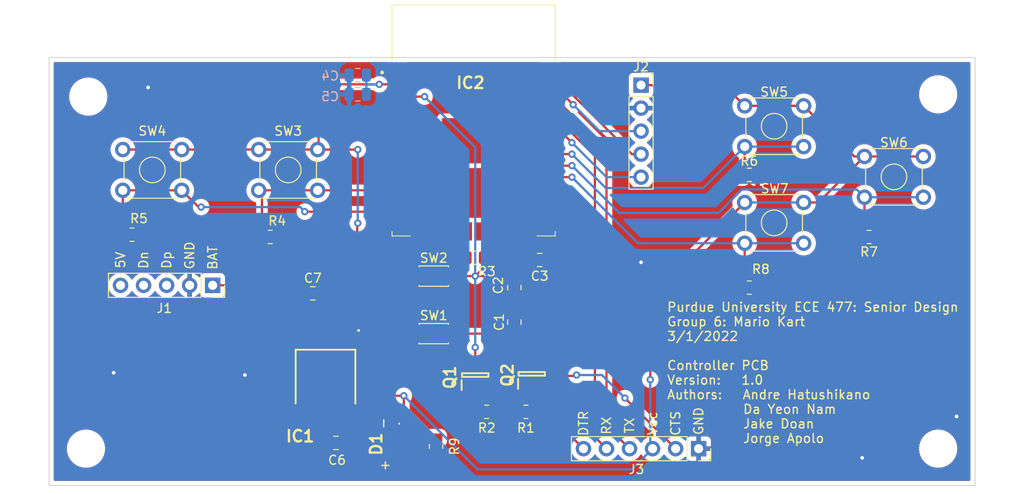
<source format=kicad_pcb>
(kicad_pcb (version 20211014) (generator pcbnew)
  (layers (0 "F.Cu" signal) (31 "B.Cu" signal) (34 "B.Paste" user) (35 "F.Paste" user) (36 "B.SilkS" user "B.Silkscreen") (37 "F.SilkS" user "F.Silkscreen") (38 "B.Mask" user) (39 "F.Mask" user) (44 "Edge.Cuts" user))
  (net 0 "")
  (net 1 "GPIO0")
  (net 2 "GND")
  (net 3 "EN")
  (net 4 "Vcc")
  (net 5 "BAT")
  (net 13 "S1")
  (net 14 "S2")
  (net 17 "GPIO13")
  (net 29 "S4")
  (net 30 "S3")
  (net 32 "S5")
  (net 33 "RX")
  (net 34 "TX")
  (net 35 "GPIO22")
  (net 36 "GPIO23")
  (net 37 "5v")
  (net 38 "Dn")
  (net 39 "Dp")
  (net 40 "CTS")
  (net 41 "DTR")
  (net 42 "Net-(Q1-Pad1)")
  (net 43 "Net-(Q2-Pad1)")
  (net 45 "Net-(D1-Pad2)")
  (footprint "Mouser:AZ1117CD33TRG1" (layer "F.Cu") (at 113.792 89.916 180)
    (fp_text reference "IC1" (at 2.794 -6.504) (layer "F.SilkS") (effects (font (size 1.27 1.27) (thickness 0.254))))
    (fp_text value "AZ1117CD-3.3TRG1" hide)
    (fp_line (start -3.6 5.175) (end -3.6 5.175) (layer "F.SilkS") (width 0.2))
    (fp_line (start -3.29 -2.89) (end -3.29 3.05) (layer "F.SilkS") (width 0.2))
    (fp_line (start -3.7 5.175) (end -3.7 5.175) (layer "F.SilkS") (width 0.2))
    (fp_line (start -3.7 5.175) (end -3.6 5.175) (layer "F.SilkS") (width 0.2))
    (fp_line (start 3.29 3.05) (end 3.29 -2.89) (layer "F.SilkS") (width 0.2))
    (fp_line (start -3.29 3.05) (end 3.29 3.05) (layer "F.SilkS") (width 0.2))
    (fp_arc (start -3.7 5.175) (mid -3.65 5.125) (end -3.6 5.175) (layer "F.SilkS") (width 0.2))
    (fp_arc (start -3.6 5.175) (mid -3.65 5.225) (end -3.7 5.175) (layer "F.SilkS") (width 0.2))
    (pad "1" smd rect locked (at -2.3 5.175 180) (size 1 2.5) (layers "F.Cu" "F.Paste" "F.Mask") (net 2 "GND"))
    (pad "2" smd rect locked (at 0 -1.675 180) (size 5.632 5.7) (layers "F.Cu" "F.Paste" "F.Mask") (net 4 "Vcc"))
    (pad "3" smd rect locked (at 2.3 5.175 180) (size 1 2.5) (layers "F.Cu" "F.Paste" "F.Mask") (net 5 "BAT"))
  )
  (footprint "Connector_PinSocket_2.54mm:PinSocket_1x05_P2.54mm_Vertical" (layer "F.Cu") (at 148.59 57.658)
    (fp_text reference "J2" (at 0 -2.032) (layer "F.SilkS"))
    (fp_text value "Conn_01x05")
    (fp_line (start 1.33 1.27) (end 1.33 11.49) (layer "F.SilkS") (width 0.12))
    (fp_line (start 1.33 -1.33) (end 1.33 0) (layer "F.SilkS") (width 0.12))
    (fp_line (start 0 -1.33) (end 1.33 -1.33) (layer "F.SilkS") (width 0.12))
    (fp_line (start -1.33 1.27) (end -1.33 11.49) (layer "F.SilkS") (width 0.12))
    (fp_line (start -1.33 1.27) (end 1.33 1.27) (layer "F.SilkS") (width 0.12))
    (fp_line (start -1.33 11.49) (end 1.33 11.49) (layer "F.SilkS") (width 0.12))
    (pad "1" thru_hole rect locked (at 0 0) (size 1.7 1.7) (drill 1) (layers *.Cu *.Mask) (net 4 "Vcc"))
    (pad "2" thru_hole oval locked (at 0 2.54) (size 1.7 1.7) (drill 1) (layers *.Cu *.Mask) (net 2 "GND"))
    (pad "3" thru_hole oval locked (at 0 5.08) (size 1.7 1.7) (drill 1) (layers *.Cu *.Mask) (net 35 "GPIO22"))
    (pad "4" thru_hole oval locked (at 0 7.62) (size 1.7 1.7) (drill 1) (layers *.Cu *.Mask) (net 36 "GPIO23"))
    (pad "5" thru_hole oval locked (at 0 10.16) (size 1.7 1.7) (drill 1) (layers *.Cu *.Mask) (net 17 "GPIO13"))
  )
  (footprint "Resistor_SMD:R_0805_2012Metric" (layer "F.Cu") (at 107.696 74.422)
    (fp_text reference "R4" (at 0.762 -1.778) (layer "F.SilkS"))
    (fp_text value "10k")
    (fp_line (start -0.227064 0.735) (end 0.227064 0.735) (layer "F.SilkS") (width 0.12))
    (fp_line (start -0.227064 -0.735) (end 0.227064 -0.735) (layer "F.SilkS") (width 0.12))
    (pad "1" smd roundrect locked (at -0.9125 0) (size 1.025 1.4) (layers "F.Cu" "F.Paste" "F.Mask") (roundrect_rratio 0.243902) (net 13 "S1"))
    (pad "2" smd roundrect locked (at 0.9125 0) (size 1.025 1.4) (layers "F.Cu" "F.Paste" "F.Mask") (roundrect_rratio 0.243902) (net 2 "GND"))
  )
  (footprint "Resistor_SMD:R_0805_2012Metric" (layer "F.Cu") (at 92.456 74.168)
    (fp_text reference "R5" (at 0.762 -1.778) (layer "F.SilkS"))
    (fp_text value "10k")
    (fp_line (start -0.227064 0.735) (end 0.227064 0.735) (layer "F.SilkS") (width 0.12))
    (fp_line (start -0.227064 -0.735) (end 0.227064 -0.735) (layer "F.SilkS") (width 0.12))
    (pad "1" smd roundrect locked (at -0.9125 0) (size 1.025 1.4) (layers "F.Cu" "F.Paste" "F.Mask") (roundrect_rratio 0.243902) (net 14 "S2"))
    (pad "2" smd roundrect locked (at 0.9125 0) (size 1.025 1.4) (layers "F.Cu" "F.Paste" "F.Mask") (roundrect_rratio 0.243902) (net 2 "GND"))
  )
  (footprint "Resistor_SMD:R_0805_2012Metric" (layer "F.Cu") (at 173.736 74.422 180)
    (fp_text reference "R7" (at 0 -1.65) (layer "F.SilkS"))
    (fp_text value "10k")
    (fp_line (start -0.227064 0.735) (end 0.227064 0.735) (layer "F.SilkS") (width 0.12))
    (fp_line (start -0.227064 -0.735) (end 0.227064 -0.735) (layer "F.SilkS") (width 0.12))
    (pad "1" smd roundrect locked (at -0.9125 0 180) (size 1.025 1.4) (layers "F.Cu" "F.Paste" "F.Mask") (roundrect_rratio 0.243902) (net 29 "S4"))
    (pad "2" smd roundrect locked (at 0.9125 0 180) (size 1.025 1.4) (layers "F.Cu" "F.Paste" "F.Mask") (roundrect_rratio 0.243902) (net 2 "GND"))
  )
  (footprint "Resistor_SMD:R_0805_2012Metric" (layer "F.Cu") (at 160.528 80.01)
    (fp_text reference "R8" (at 1.27 -2.032) (layer "F.SilkS"))
    (fp_text value "10k")
    (fp_line (start -0.227064 -0.735) (end 0.227064 -0.735) (layer "F.SilkS") (width 0.12))
    (fp_line (start -0.227064 0.735) (end 0.227064 0.735) (layer "F.SilkS") (width 0.12))
    (pad "1" smd roundrect locked (at -0.9125 0) (size 1.025 1.4) (layers "F.Cu" "F.Paste" "F.Mask") (roundrect_rratio 0.243902) (net 32 "S5"))
    (pad "2" smd roundrect locked (at 0.9125 0) (size 1.025 1.4) (layers "F.Cu" "F.Paste" "F.Mask") (roundrect_rratio 0.243902) (net 2 "GND"))
  )
  (footprint "Button_Switch_SMD:SW_SPST_CK_KXT3" (layer "F.Cu") (at 125.73 85.09)
    (fp_text reference "SW1" (at 0 -2) (layer "F.SilkS"))
    (fp_text value "SW_Push")
    (fp_line (start -1.62 -1.12) (end 1.62 -1.12) (layer "F.SilkS") (width 0.12))
    (fp_line (start 1.62 -1.12) (end 1.62 -1.02) (layer "F.SilkS") (width 0.12))
    (fp_line (start -1.62 1.02) (end -1.62 1.12) (layer "F.SilkS") (width 0.12))
    (fp_line (start -1.62 -1.12) (end -1.62 -1.02) (layer "F.SilkS") (width 0.12))
    (fp_line (start -1.62 1.12) (end 1.62 1.12) (layer "F.SilkS") (width 0.12))
    (fp_line (start 1.62 1.02) (end 1.62 1.12) (layer "F.SilkS") (width 0.12))
    (pad "1" smd rect locked (at -1.625 0) (size 0.55 1.5) (layers "F.Cu" "F.Paste" "F.Mask") (net 2 "GND"))
    (pad "2" smd rect locked (at 1.625 0) (size 0.55 1.5) (layers "F.Cu" "F.Paste" "F.Mask") (net 1 "GPIO0"))
  )
  (footprint "Button_Switch_SMD:SW_SPST_CK_KXT3" (layer "F.Cu") (at 125.73 78.74)
    (fp_text reference "SW2" (at 0 -2) (layer "F.SilkS"))
    (fp_text value "SW_Push")
    (fp_line (start 1.62 1.02) (end 1.62 1.12) (layer "F.SilkS") (width 0.12))
    (fp_line (start -1.62 1.02) (end -1.62 1.12) (layer "F.SilkS") (width 0.12))
    (fp_line (start -1.62 -1.12) (end -1.62 -1.02) (layer "F.SilkS") (width 0.12))
    (fp_line (start -1.62 1.12) (end 1.62 1.12) (layer "F.SilkS") (width 0.12))
    (fp_line (start -1.62 -1.12) (end 1.62 -1.12) (layer "F.SilkS") (width 0.12))
    (fp_line (start 1.62 -1.12) (end 1.62 -1.02) (layer "F.SilkS") (width 0.12))
    (pad "1" smd rect locked (at -1.625 0) (size 0.55 1.5) (layers "F.Cu" "F.Paste" "F.Mask") (net 2 "GND"))
    (pad "2" smd rect locked (at 1.625 0) (size 0.55 1.5) (layers "F.Cu" "F.Paste" "F.Mask") (net 3 "EN"))
  )
  (footprint "Button_Switch_THT:SW_TH_Tactile_Omron_B3F-10xx" (layer "F.Cu") (at 91.44 64.77)
    (fp_text reference "SW4" (at 3.25 -2.05) (layer "F.SilkS"))
    (fp_text value "SW_Push_Dual")
    (fp_line (start 0.28 5.37) (end 6.22 5.37) (layer "F.SilkS") (width 0.12))
    (fp_line (start 0.28 -0.87) (end 6.22 -0.87) (layer "F.SilkS") (width 0.12))
    (fp_line (start 0.13 3.59) (end 0.13 0.91) (layer "F.SilkS") (width 0.12))
    (fp_line (start 6.37 0.91) (end 6.37 3.59) (layer "F.SilkS") (width 0.12))
    (fp_circle (center 3.25 2.25) (end 4.25 3.25) (layer "F.SilkS") (width 0.12) (fill none))
    (pad "1" thru_hole circle locked (at 0 0) (size 1.7 1.7) (drill 1) (layers *.Cu *.Mask) (net 4 "Vcc"))
    (pad "2" thru_hole circle locked (at 6.5 0) (size 1.7 1.7) (drill 1) (layers *.Cu *.Mask) (net 4 "Vcc"))
    (pad "3" thru_hole circle locked (at 0 4.5) (size 1.7 1.7) (drill 1) (layers *.Cu *.Mask) (net 14 "S2"))
    (pad "4" thru_hole circle locked (at 6.5 4.5) (size 1.7 1.7) (drill 1) (layers *.Cu *.Mask) (net 14 "S2"))
  )
  (footprint "Button_Switch_THT:SW_TH_Tactile_Omron_B3F-10xx" (layer "F.Cu") (at 160.02 59.944)
    (fp_text reference "SW5" (at 3.25 -1.524) (layer "F.SilkS"))
    (fp_text value "SW_Push_Dual")
    (fp_line (start 6.37 0.91) (end 6.37 3.59) (layer "F.SilkS") (width 0.12))
    (fp_line (start 0.13 3.59) (end 0.13 0.91) (layer "F.SilkS") (width 0.12))
    (fp_line (start 0.28 5.37) (end 6.22 5.37) (layer "F.SilkS") (width 0.12))
    (fp_line (start 0.28 -0.87) (end 6.22 -0.87) (layer "F.SilkS") (width 0.12))
    (fp_circle (center 3.25 2.25) (end 4.25 3.25) (layer "F.SilkS") (width 0.12) (fill none))
    (pad "1" thru_hole circle locked (at 0 0) (size 1.7 1.7) (drill 1) (layers *.Cu *.Mask) (net 4 "Vcc"))
    (pad "2" thru_hole circle locked (at 6.5 0) (size 1.7 1.7) (drill 1) (layers *.Cu *.Mask) (net 4 "Vcc"))
    (pad "3" thru_hole circle locked (at 0 4.5) (size 1.7 1.7) (drill 1) (layers *.Cu *.Mask) (net 30 "S3"))
    (pad "4" thru_hole circle locked (at 6.5 4.5) (size 1.7 1.7) (drill 1) (layers *.Cu *.Mask) (net 30 "S3"))
  )
  (footprint "Button_Switch_THT:SW_TH_Tactile_Omron_B3F-10xx" (layer "F.Cu") (at 173.228 65.532)
    (fp_text reference "SW6" (at 3.25 -1.524) (layer "F.SilkS"))
    (fp_text value "SW_Push_Dual")
    (fp_line (start 0.28 5.37) (end 6.22 5.37) (layer "F.SilkS") (width 0.12))
    (fp_line (start 0.13 3.59) (end 0.13 0.91) (layer "F.SilkS") (width 0.12))
    (fp_line (start 6.37 0.91) (end 6.37 3.59) (layer "F.SilkS") (width 0.12))
    (fp_line (start 0.28 -0.87) (end 6.22 -0.87) (layer "F.SilkS") (width 0.12))
    (fp_circle (center 3.25 2.25) (end 4.25 3.25) (layer "F.SilkS") (width 0.12) (fill none))
    (pad "1" thru_hole circle locked (at 0 0) (size 1.7 1.7) (drill 1) (layers *.Cu *.Mask) (net 4 "Vcc"))
    (pad "2" thru_hole circle locked (at 6.5 0) (size 1.7 1.7) (drill 1) (layers *.Cu *.Mask) (net 4 "Vcc"))
    (pad "3" thru_hole circle locked (at 0 4.5) (size 1.7 1.7) (drill 1) (layers *.Cu *.Mask) (net 29 "S4"))
    (pad "4" thru_hole circle locked (at 6.5 4.5) (size 1.7 1.7) (drill 1) (layers *.Cu *.Mask) (net 29 "S4"))
  )
  (footprint "Button_Switch_THT:SW_TH_Tactile_Omron_B3F-10xx" (layer "F.Cu") (at 160.02 70.612)
    (fp_text reference "SW7" (at 3.302 -1.524) (layer "F.SilkS"))
    (fp_text value "SW_Push_Dual")
    (fp_line (start 6.37 0.91) (end 6.37 3.59) (layer "F.SilkS") (width 0.12))
    (fp_line (start 0.28 -0.87) (end 6.22 -0.87) (layer "F.SilkS") (width 0.12))
    (fp_line (start 0.28 5.37) (end 6.22 5.37) (layer "F.SilkS") (width 0.12))
    (fp_line (start 0.13 3.59) (end 0.13 0.91) (layer "F.SilkS") (width 0.12))
    (fp_circle (center 3.25 2.25) (end 4.25 3.25) (layer "F.SilkS") (width 0.12) (fill none))
    (pad "1" thru_hole circle locked (at 0 0) (size 1.7 1.7) (drill 1) (layers *.Cu *.Mask) (net 4 "Vcc"))
    (pad "2" thru_hole circle locked (at 6.5 0) (size 1.7 1.7) (drill 1) (layers *.Cu *.Mask) (net 4 "Vcc"))
    (pad "3" thru_hole circle locked (at 0 4.5) (size 1.7 1.7) (drill 1) (layers *.Cu *.Mask) (net 32 "S5"))
    (pad "4" thru_hole circle locked (at 6.5 4.5) (size 1.7 1.7) (drill 1) (layers *.Cu *.Mask) (net 32 "S5"))
  )
  (footprint "Mouser:ESP32SOLO1" (layer "F.Cu") (at 130.130001 61.810001)
    (fp_text reference "IC2" (at -0.35 -4.406001) (layer "F.SilkS") (effects (font (size 1.27 1.27) (thickness 0.254))))
    (fp_text value "ESP32-SOLO-1" hide)
    (fp_line (start -9 12) (end -9 12.5) (layer "F.SilkS") (width 0.1))
    (fp_line (start 7 12.5) (end 9 12.5) (layer "F.SilkS") (width 0.1))
    (fp_line (start -9 12.5) (end -7 12.5) (layer "F.SilkS") (width 0.1))
    (fp_line (start 9 12.5) (end 9 12) (layer "F.SilkS") (width 0.1))
    (fp_line (start -10.1 -5.65) (end -10.1 -5.65) (layer "F.SilkS") (width 0.2))
    (fp_line (start -9 -13) (end 9 -13) (layer "F.SilkS") (width 0.1))
    (fp_line (start -9 -6.75) (end -9 -13) (layer "F.SilkS") (width 0.1))
    (fp_line (start 9 -13) (end 9 -6.75) (layer "F.SilkS") (width 0.1))
    (fp_line (start -10.1 -5.45) (end -10.1 -5.45) (layer "F.SilkS") (width 0.2))
    (fp_arc (start -10.1 -5.65) (mid -10 -5.55) (end -10.1 -5.45) (layer "F.SilkS") (width 0.2))
    (fp_arc (start -10.1 -5.45) (mid -10.2 -5.55) (end -10.1 -5.65) (layer "F.SilkS") (width 0.2))
    (pad "1" smd rect locked (at -8.5 -5.51 90) (size 0.9 2) (layers "F.Cu" "F.Paste" "F.Mask") (net 2 "GND"))
    (pad "2" smd rect locked (at -8.5 -4.24 90) (size 0.9 2) (layers "F.Cu" "F.Paste" "F.Mask") (net 4 "Vcc"))
    (pad "3" smd rect locked (at -8.5 -2.97 90) (size 0.9 2) (layers "F.Cu" "F.Paste" "F.Mask") (net 3 "EN"))
    (pad "4" smd rect locked (at -8.5 -1.7 90) (size 0.9 2) (layers "F.Cu" "F.Paste" "F.Mask"))
    (pad "5" smd rect locked (at -8.5 -0.43 90) (size 0.9 2) (layers "F.Cu" "F.Paste" "F.Mask"))
    (pad "6" smd rect locked (at -8.5 0.84 90) (size 0.9 2) (layers "F.Cu" "F.Paste" "F.Mask"))
    (pad "7" smd rect locked (at -8.5 2.11 90) (size 0.9 2) (layers "F.Cu" "F.Paste" "F.Mask"))
    (pad "8" smd rect locked (at -8.5 3.38 90) (size 0.9 2) (layers "F.Cu" "F.Paste" "F.Mask"))
    (pad "9" smd rect locked (at -8.5 4.65 90) (size 0.9 2) (layers "F.Cu" "F.Paste" "F.Mask"))
    (pad "10" smd rect locked (at -8.5 5.92 90) (size 0.9 2) (layers "F.Cu" "F.Paste" "F.Mask"))
    (pad "11" smd rect locked (at -8.5 7.19 90) (size 0.9 2) (layers "F.Cu" "F.Paste" "F.Mask") (net 13 "S1"))
    (pad "12" smd rect locked (at -8.5 8.46 90) (size 0.9 2) (layers "F.Cu" "F.Paste" "F.Mask") (net 14 "S2"))
    (pad "13" smd rect locked (at -8.5 9.73 90) (size 0.9 2) (layers "F.Cu" "F.Paste" "F.Mask"))
    (pad "14" smd rect locked (at -8.5 11 90) (size 0.9 2) (layers "F.Cu" "F.Paste" "F.Mask"))
    (pad "15" smd rect locked (at -5.715 12) (size 0.9 2) (layers "F.Cu" "F.Paste" "F.Mask") (net 2 "GND"))
    (pad "16" smd rect locked (at -4.445 12) (size 0.9 2) (layers "F.Cu" "F.Paste" "F.Mask"))
    (pad "17" smd rect locked (at -3.175 12) (size 0.9 2) (layers "F.Cu" "F.Paste" "F.Mask"))
    (pad "18" smd rect locked (at -1.905 12) (size 0.9 2) (layers "F.Cu" "F.Paste" "F.Mask"))
    (pad "19" smd rect locked (at -0.635 12) (size 0.9 2) (layers "F.Cu" "F.Paste" "F.Mask"))
    (pad "20" smd rect locked (at 0.635 12) (size 0.9 2) (layers "F.Cu" "F.Paste" "F.Mask"))
    (pad "21" smd rect locked (at 1.905 12) (size 0.9 2) (layers "F.Cu" "F.Paste" "F.Mask"))
    (pad "22" smd rect locked (at 3.175 12) (size 0.9 2) (layers "F.Cu" "F.Paste" "F.Mask"))
    (pad "23" smd rect locked (at 4.445 12) (size 0.9 2) (layers "F.Cu" "F.Paste" "F.Mask"))
    (pad "24" smd rect locked (at 5.715 12) (size 0.9 2) (layers "F.Cu" "F.Paste" "F.Mask"))
    (pad "25" smd rect locked (at 8.5 11 90) (size 0.9 2) (layers "F.Cu" "F.Paste" "F.Mask") (net 1 "GPIO0"))
    (pad "26" smd rect locked (at 8.5 9.73 90) (size 0.9 2) (layers "F.Cu" "F.Paste" "F.Mask"))
    (pad "27" smd rect locked (at 8.5 8.46 90) (size 0.9 2) (layers "F.Cu" "F.Paste" "F.Mask"))
    (pad "28" smd rect locked (at 8.5 7.19 90) (size 0.9 2) (layers "F.Cu" "F.Paste" "F.Mask"))
    (pad "29" smd rect locked (at 8.5 5.92 90) (size 0.9 2) (layers "F.Cu" "F.Paste" "F.Mask") (net 32 "S5"))
    (pad "30" smd rect locked (at 8.5 4.65 90) (size 0.9 2) (layers "F.Cu" "F.Paste" "F.Mask") (net 29 "S4"))
    (pad "31" smd rect locked (at 8.5 3.38 90) (size 0.9 2) (layers "F.Cu" "F.Paste" "F.Mask") (net 30 "S3"))
    (pad "32" smd rect locked (at 8.5 2.11 90) (size 0.9 2) (layers "F.Cu" "F.Paste" "F.Mask"))
    (pad "33" smd rect locked (at 8.5 0.84 90) (size 0.9 2) (layers "F.Cu" "F.Paste" "F.Mask") (net 17 "GPIO13"))
    (pad "34" smd rect locked (at 8.5 -0.43 90) (size 0.9 2) (layers "F.Cu" "F.Paste" "F.Mask") (net 33 "RX"))
    (pad "35" smd rect locked (at 8.5 -1.7 90) (size 0.9 2) (layers "F.Cu" "F.Paste" "F.Mask") (net 34 "TX"))
    (pad "36" smd rect locked (at 8.5 -2.97 90) (size 0.9 2) (layers "F.Cu" "F.Paste" "F.Mask") (net 35 "GPIO22"))
    (pad "37" smd rect locked (at 8.5 -4.24 90) (size 0.9 2) (layers "F.Cu" "F.Paste" "F.Mask") (net 36 "GPIO23"))
    (pad "38" smd rect locked (at 8.5 -5.51 90) (size 0.9 2) (layers "F.Cu" "F.Paste" "F.Mask") (net 2 "GND"))
    (pad "39" smd rect locked (at -1 1.99 90) (size 5 5) (layers "F.Cu" "F.Paste" "F.Mask") (net 2 "GND"))
  )
  (footprint "Resistor_SMD:R_0805_2012Metric" (layer "F.Cu") (at 130.302 76.708)
    (fp_text reference "R3" (at 1.27 1.524) (layer "F.SilkS"))
    (fp_text value "10k")
    (fp_line (start -0.227064 0.735) (end 0.227064 0.735) (layer "F.SilkS") (width 0.12))
    (fp_line (start -0.227064 -0.735) (end 0.227064 -0.735) (layer "F.SilkS") (width 0.12))
    (pad "1" smd roundrect locked (at -0.9125 0) (size 1.025 1.4) (layers "F.Cu" "F.Paste" "F.Mask") (roundrect_rratio 0.243902) (net 4 "Vcc"))
    (pad "2" smd roundrect locked (at 0.9125 0) (size 1.025 1.4) (layers "F.Cu" "F.Paste" "F.Mask") (roundrect_rratio 0.243902) (net 3 "EN"))
  )
  (footprint "Capacitor_SMD:C_0805_2012Metric" (layer "F.Cu") (at 134.62 83.82 90)
    (fp_text reference "C1" (at 0 -1.68 90) (layer "F.SilkS"))
    (fp_text value "0.1uF")
    (fp_line (start -0.261252 -0.735) (end 0.261252 -0.735) (layer "F.SilkS") (width 0.12))
    (fp_line (start -0.261252 0.735) (end 0.261252 0.735) (layer "F.SilkS") (width 0.12))
    (pad "1" smd roundrect locked (at -0.95 0 90) (size 1 1.45) (layers "F.Cu" "F.Paste" "F.Mask") (net 1 "GPIO0"))
    (pad "2" smd roundrect locked (at 0.95 0 90) (size 1 1.45) (layers "F.Cu" "F.Paste" "F.Mask") (net 2 "GND"))
  )
  (footprint "Capacitor_SMD:C_0805_2012Metric" (layer "F.Cu") (at 134.62 80.01 -90)
    (fp_text reference "C2" (at -0.254 1.778 90) (layer "F.SilkS"))
    (fp_text value "0.1uF")
    (fp_line (start -0.261252 0.735) (end 0.261252 0.735) (layer "F.SilkS") (width 0.12))
    (fp_line (start -0.261252 -0.735) (end 0.261252 -0.735) (layer "F.SilkS") (width 0.12))
    (pad "1" smd roundrect locked (at -0.95 0 270) (size 1 1.45) (layers "F.Cu" "F.Paste" "F.Mask") (net 3 "EN"))
    (pad "2" smd roundrect locked (at 0.95 0 270) (size 1 1.45) (layers "F.Cu" "F.Paste" "F.Mask") (net 2 "GND"))
  )
  (footprint "Capacitor_SMD:C_0805_2012Metric" (layer "F.Cu") (at 137.414 76.962)
    (fp_text reference "C3" (at 0 1.778) (layer "F.SilkS"))
    (fp_text value "100nF")
    (fp_line (start -0.261252 -0.735) (end 0.261252 -0.735) (layer "F.SilkS") (width 0.12))
    (fp_line (start -0.261252 0.735) (end 0.261252 0.735) (layer "F.SilkS") (width 0.12))
    (pad "1" smd roundrect locked (at -0.95 0) (size 1 1.45) (layers "F.Cu" "F.Paste" "F.Mask") (net 3 "EN"))
    (pad "2" smd roundrect locked (at 0.95 0) (size 1 1.45) (layers "F.Cu" "F.Paste" "F.Mask") (net 2 "GND"))
  )
  (footprint "Resistor_SMD:R_0805_2012Metric" (layer "F.Cu") (at 135.89 93.726 180)
    (fp_text reference "R1" (at 0 -1.778) (layer "F.SilkS"))
    (fp_text value "10k")
    (fp_line (start -0.227064 -0.735) (end 0.227064 -0.735) (layer "F.SilkS") (width 0.12))
    (fp_line (start -0.227064 0.735) (end 0.227064 0.735) (layer "F.SilkS") (width 0.12))
    (pad "1" smd roundrect locked (at -0.9125 0 180) (size 1.025 1.4) (layers "F.Cu" "F.Paste" "F.Mask") (roundrect_rratio 0.243902) (net 41 "DTR"))
    (pad "2" smd roundrect locked (at 0.9125 0 180) (size 1.025 1.4) (layers "F.Cu" "F.Paste" "F.Mask") (roundrect_rratio 0.243902) (net 42 "Net-(Q1-Pad1)"))
  )
  (footprint "Mouser:SOT95P240X115-3N" (layer "F.Cu") (at 130.302 89.662 90)
    (fp_text reference "Q1" (at -0.254 -2.794 90) (layer "F.SilkS") (effects (font (size 1.27 1.27) (thickness 0.254))))
    (fp_text value "SS8050-G" hide)
    (fp_line (start -0.2 1.45) (end -0.2 -1.45) (layer "F.SilkS") (width 0.2))
    (fp_line (start 0.2 1.45) (end -0.2 1.45) (layer "F.SilkS") (width 0.2))
    (fp_line (start 0.2 -1.45) (end 0.2 1.45) (layer "F.SilkS") (width 0.2))
    (fp_line (start -0.2 -1.45) (end 0.2 -1.45) (layer "F.SilkS") (width 0.2))
    (fp_line (start -1.65 -1.5) (end -0.55 -1.5) (layer "F.SilkS") (width 0.2))
    (pad "1" smd rect locked (at -1.1 -0.95 180) (size 0.6 1.1) (layers "F.Cu" "F.Paste" "F.Mask") (net 42 "Net-(Q1-Pad1)"))
    (pad "2" smd rect locked (at -1.1 0.95 180) (size 0.6 1.1) (layers "F.Cu" "F.Paste" "F.Mask") (net 40 "CTS"))
    (pad "3" smd rect locked (at 1.1 0 180) (size 0.6 1.1) (layers "F.Cu" "F.Paste" "F.Mask") (net 3 "EN"))
  )
  (footprint "Resistor_SMD:R_0805_2012Metric" (layer "F.Cu") (at 131.572 93.726)
    (fp_text reference "R2" (at 0 1.778) (layer "F.SilkS"))
    (fp_text value "10k")
    (fp_line (start -0.227064 -0.735) (end 0.227064 -0.735) (layer "F.SilkS") (width 0.12))
    (fp_line (start -0.227064 0.735) (end 0.227064 0.735) (layer "F.SilkS") (width 0.12))
    (pad "1" smd roundrect locked (at -0.9125 0) (size 1.025 1.4) (layers "F.Cu" "F.Paste" "F.Mask") (roundrect_rratio 0.243902) (net 40 "CTS"))
    (pad "2" smd roundrect locked (at 0.9125 0) (size 1.025 1.4) (layers "F.Cu" "F.Paste" "F.Mask") (roundrect_rratio 0.243902) (net 43 "Net-(Q2-Pad1)"))
  )
  (footprint "Mouser:SOT95P240X115-3N" (layer "F.Cu") (at 136.531001 89.530999 90)
    (fp_text reference "Q2" (at -0.131001 -2.673001 90) (layer "F.SilkS") (effects (font (size 1.27 1.27) (thickness 0.254))))
    (fp_text value "SS8050-G" hide)
    (fp_line (start -0.2 1.45) (end -0.2 -1.45) (layer "F.SilkS") (width 0.2))
    (fp_line (start -1.65 -1.5) (end -0.55 -1.5) (layer "F.SilkS") (width 0.2))
    (fp_line (start 0.2 -1.45) (end 0.2 1.45) (layer "F.SilkS") (width 0.2))
    (fp_line (start -0.2 -1.45) (end 0.2 -1.45) (layer "F.SilkS") (width 0.2))
    (fp_line (start 0.2 1.45) (end -0.2 1.45) (layer "F.SilkS") (width 0.2))
    (pad "1" smd rect locked (at -1.1 -0.95 180) (size 0.6 1.1) (layers "F.Cu" "F.Paste" "F.Mask") (net 43 "Net-(Q2-Pad1)"))
    (pad "2" smd rect locked (at -1.1 0.95 180) (size 0.6 1.1) (layers "F.Cu" "F.Paste" "F.Mask") (net 41 "DTR"))
    (pad "3" smd rect locked (at 1.1 0 180) (size 0.6 1.1) (layers "F.Cu" "F.Paste" "F.Mask") (net 1 "GPIO0"))
  )
  (footprint "Connector_PinSocket_2.54mm:PinSocket_1x05_P2.54mm_Vertical" (layer "F.Cu") (at 101.346 79.756 -90)
    (fp_text reference "J1" (at 2.54 5.334 180) (layer "F.SilkS"))
    (fp_text value "Conn_01x05")
    (fp_line (start 1.33 1.27) (end 1.33 11.49) (layer "F.SilkS") (width 0.12))
    (fp_line (start 1.33 -1.33) (end 1.33 0) (layer "F.SilkS") (width 0.12))
    (fp_line (start -1.33 1.27) (end -1.33 11.49) (layer "F.SilkS") (width 0.12))
    (fp_line (start -1.33 1.27) (end 1.33 1.27) (layer "F.SilkS") (width 0.12))
    (fp_line (start 0 -1.33) (end 1.33 -1.33) (layer "F.SilkS") (width 0.12))
    (fp_line (start -1.33 11.49) (end 1.33 11.49) (layer "F.SilkS") (width 0.12))
    (pad "1" thru_hole rect locked (at 0 0 270) (size 1.7 1.7) (drill 1) (layers *.Cu *.Mask) (net 5 "BAT"))
    (pad "2" thru_hole oval locked (at 0 2.54 270) (size 1.7 1.7) (drill 1) (layers *.Cu *.Mask) (net 2 "GND"))
    (pad "3" thru_hole oval locked (at 0 5.08 270) (size 1.7 1.7) (drill 1) (layers *.Cu *.Mask) (net 39 "Dp"))
    (pad "4" thru_hole oval locked (at 0 7.62 270) (size 1.7 1.7) (drill 1) (layers *.Cu *.Mask) (net 38 "Dn"))
    (pad "5" thru_hole oval locked (at 0 10.16 270) (size 1.7 1.7) (drill 1) (layers *.Cu *.Mask) (net 37 "5v"))
  )
  (footprint "Mouser:APHCM2012QBCDF01" (layer "F.Cu") (at 121.92 97.282 -90)
    (fp_text reference "D1" (at 0 2.54 90) (layer "F.SilkS") (effects (font (size 1.27 1.27) (thickness 0.254))))
    (fp_text value "LED" hide)
    (fp_line (start -2.3 0) (end -2.3 0) (layer "F.SilkS") (width 0.1))
    (fp_line (start -2.2 0) (end -2.2 0) (layer "F.SilkS") (width 0.1))
    (fp_arc (start -2.2 0) (mid -2.25 0.05) (end -2.3 0) (layer "F.SilkS") (width 0.1))
    (fp_arc (start -2.3 0) (mid -2.25 -0.05) (end -2.2 0) (layer "F.SilkS") (width 0.1))
    (pad "1" smd rect locked (at -1.05 0 270) (size 1.2 1.2) (layers "F.Cu" "F.Paste" "F.Mask") (net 2 "GND"))
    (pad "2" smd rect locked (at 1.05 0 270) (size 1.2 1.2) (layers "F.Cu" "F.Paste" "F.Mask") (net 45 "Net-(D1-Pad2)"))
  )
  (footprint "Resistor_SMD:R_0805_2012Metric" (layer "F.Cu") (at 125.984 97.536 -90)
    (fp_text reference "R9" (at 0 -2.032 90) (layer "F.SilkS"))
    (fp_text value "0" hide)
    (fp_line (start -0.227064 -0.735) (end 0.227064 -0.735) (layer "F.SilkS") (width 0.12))
    (fp_line (start -0.227064 0.735) (end 0.227064 0.735) (layer "F.SilkS") (width 0.12))
    (pad "1" smd roundrect locked (at -0.9125 0 270) (size 1.025 1.4) (layers "F.Cu" "F.Paste" "F.Mask") (roundrect_rratio 0.243902) (net 4 "Vcc"))
    (pad "2" smd roundrect locked (at 0.9125 0 270) (size 1.025 1.4) (layers "F.Cu" "F.Paste" "F.Mask") (roundrect_rratio 0.243902) (net 45 "Net-(D1-Pad2)"))
  )
  (footprint "Connector_PinSocket_2.54mm:PinSocket_1x06_P2.54mm_Vertical" (layer "F.Cu") (at 154.94 97.79 -90)
    (fp_text reference "J3" (at 2.286 6.858 180) (layer "F.SilkS"))
    (fp_text value "Conn_01x06")
    (fp_line (start -1.33 1.27) (end -1.33 14.03) (layer "F.SilkS") (width 0.12))
    (fp_line (start 0 -1.33) (end 1.33 -1.33) (layer "F.SilkS") (width 0.12))
    (fp_line (start 1.33 -1.33) (end 1.33 0) (layer "F.SilkS") (width 0.12))
    (fp_line (start 1.33 1.27) (end 1.33 14.03) (layer "F.SilkS") (width 0.12))
    (fp_line (start -1.33 14.03) (end 1.33 14.03) (layer "F.SilkS") (width 0.12))
    (fp_line (start -1.33 1.27) (end 1.33 1.27) (layer "F.SilkS") (width 0.12))
    (pad "1" thru_hole rect locked (at 0 0 270) (size 1.7 1.7) (drill 1) (layers *.Cu *.Mask) (net 2 "GND"))
    (pad "2" thru_hole oval locked (at 0 2.54 270) (size 1.7 1.7) (drill 1) (layers *.Cu *.Mask) (net 40 "CTS"))
    (pad "3" thru_hole oval locked (at 0 5.08 270) (size 1.7 1.7) (drill 1) (layers *.Cu *.Mask) (net 4 "Vcc"))
    (pad "4" thru_hole oval locked (at 0 7.62 270) (size 1.7 1.7) (drill 1) (layers *.Cu *.Mask) (net 34 "TX"))
    (pad "5" thru_hole oval locked (at 0 10.16 270) (size 1.7 1.7) (drill 1) (layers *.Cu *.Mask) (net 33 "RX"))
    (pad "6" thru_hole oval locked (at 0 12.7 270) (size 1.7 1.7) (drill 1) (layers *.Cu *.Mask) (net 41 "DTR"))
  )
  (footprint "Resistor_SMD:R_0805_2012Metric" (layer "F.Cu") (at 160.528 67.564)
    (fp_text reference "R6" (at 0 -1.524) (layer "F.SilkS"))
    (fp_text value "10k")
    (fp_line (start -0.227064 0.735) (end 0.227064 0.735) (layer "F.SilkS") (width 0.12))
    (fp_line (start -0.227064 -0.735) (end 0.227064 -0.735) (layer "F.SilkS") (width 0.12))
    (pad "1" smd roundrect locked (at -0.9125 0) (size 1.025 1.4) (layers "F.Cu" "F.Paste" "F.Mask") (roundrect_rratio 0.243902) (net 30 "S3"))
    (pad "2" smd roundrect locked (at 0.9125 0) (size 1.025 1.4) (layers "F.Cu" "F.Paste" "F.Mask") (roundrect_rratio 0.243902) (net 2 "GND"))
  )
  (footprint "MountingHole:MountingHole_3.2mm_M3" (layer "F.Cu") (at 181.356 97.79)
    (fp_text reference "REF**" hide)
    (fp_text value "MountingHole_3.2mm_M3")
    (pad "" np_thru_hole circle locked (at 0 0) (size 3.2 3.2) (drill 3.2) (layers *.Cu *.Mask))
  )
  (footprint "MountingHole:MountingHole_3.2mm_M3" (layer "F.Cu") (at 181.356 58.674)
    (fp_text reference "REF**" hide)
    (fp_text value "MountingHole_3.2mm_M3")
    (pad "" np_thru_hole circle locked (at 0 0) (size 3.2 3.2) (drill 3.2) (layers *.Cu *.Mask))
  )
  (footprint "MountingHole:MountingHole_3.2mm_M3" (layer "F.Cu") (at 87.63 58.928)
    (fp_text reference "REF**" hide)
    (fp_text value "MountingHole_3.2mm_M3")
    (pad "" np_thru_hole circle locked (at 0 0) (size 3.2 3.2) (drill 3.2) (layers *.Cu *.Mask))
  )
  (footprint "MountingHole:MountingHole_3.2mm_M3" (layer "F.Cu") (at 87.376 97.79)
    (fp_text reference "REF**" hide)
    (fp_text value "MountingHole_3.2mm_M3")
    (pad "" np_thru_hole circle locked (at 0 0) (size 3.2 3.2) (drill 3.2) (layers *.Cu *.Mask))
  )
  (footprint "Button_Switch_THT:SW_TH_Tactile_Omron_B3F-10xx" (layer "F.Cu") (at 106.426 64.77)
    (fp_text reference "SW3" (at 3.25 -2.05) (layer "F.SilkS"))
    (fp_text value "SW_Push_Dual")
    (fp_line (start 0.28 5.37) (end 6.22 5.37) (layer "F.SilkS") (width 0.12))
    (fp_line (start 0.13 3.59) (end 0.13 0.91) (layer "F.SilkS") (width 0.12))
    (fp_line (start 0.28 -0.87) (end 6.22 -0.87) (layer "F.SilkS") (width 0.12))
    (fp_line (start 6.37 0.91) (end 6.37 3.59) (layer "F.SilkS") (width 0.12))
    (fp_circle (center 3.25 2.25) (end 4.25 3.25) (layer "F.SilkS") (width 0.12) (fill none))
    (pad "1" thru_hole circle locked (at 0 0) (size 1.7 1.7) (drill 1) (layers *.Cu *.Mask) (net 4 "Vcc"))
    (pad "2" thru_hole circle locked (at 6.5 0) (size 1.7 1.7) (drill 1) (layers *.Cu *.Mask) (net 4 "Vcc"))
    (pad "3" thru_hole circle locked (at 0 4.5) (size 1.7 1.7) (drill 1) (layers *.Cu *.Mask) (net 13 "S1"))
    (pad "4" thru_hole circle locked (at 6.5 4.5) (size 1.7 1.7) (drill 1) (layers *.Cu *.Mask) (net 13 "S1"))
  )
  (footprint "Capacitor_SMD:C_0805_2012Metric" (layer "F.Cu") (at 112.395 80.645)
    (fp_text reference "C7" (at 0 -1.68) (layer "F.SilkS"))
    (fp_text value "100nF")
    (fp_line (start -0.261252 0.735) (end 0.261252 0.735) (layer "F.SilkS") (width 0.12))
    (fp_line (start -0.261252 -0.735) (end 0.261252 -0.735) (layer "F.SilkS") (width 0.12))
    (pad "1" smd roundrect (at -0.95 0) (size 1 1.45) (layers "F.Cu" "F.Paste" "F.Mask") (net 5 "BAT"))
    (pad "2" smd roundrect (at 0.95 0) (size 1 1.45) (layers "F.Cu" "F.Paste" "F.Mask") (net 2 "GND"))
  )
  (footprint "Capacitor_SMD:C_0805_2012Metric" (layer "F.Cu") (at 114.935 97.155)
    (fp_text reference "C6" (at 0.127 1.905) (layer "F.SilkS"))
    (fp_text value "100nF")
    (fp_line (start -0.261252 0.735) (end 0.261252 0.735) (layer "F.SilkS") (width 0.12))
    (fp_line (start -0.261252 -0.735) (end 0.261252 -0.735) (layer "F.SilkS") (width 0.12))
    (pad "1" smd roundrect (at -0.95 0) (size 1 1.45) (layers "F.Cu" "F.Paste" "F.Mask") (net 4 "Vcc"))
    (pad "2" smd roundrect (at 0.95 0) (size 1 1.45) (layers "F.Cu" "F.Paste" "F.Mask") (net 2 "GND"))
  )
  (footprint "Capacitor_SMD:C_0805_2012Metric" (layer "B.Cu") (at 117.348 56.554999 180)
    (fp_text reference "C4" (at 3.048 -0.087001) (layer "B.SilkS") (effects (justify mirror)))
    (fp_text value "22uF")
    (fp_line (start -0.261252 0.735) (end 0.261252 0.735) (layer "B.SilkS") (width 0.12))
    (fp_line (start -0.261252 -0.735) (end 0.261252 -0.735) (layer "B.SilkS") (width 0.12))
    (pad "1" smd roundrect locked (at -0.95 0 180) (size 1 1.45) (layers "B.Cu" "B.Paste" "B.Mask") (net 4 "Vcc"))
    (pad "2" smd roundrect locked (at 0.95 0 180) (size 1 1.45) (layers "B.Cu" "B.Paste" "B.Mask") (net 2 "GND"))
  )
  (footprint "Capacitor_SMD:C_0805_2012Metric" (layer "B.Cu") (at 117.348 58.674 180)
    (fp_text reference "C5" (at 3.048 -0.254) (layer "B.SilkS") (effects (justify mirror)))
    (fp_text value "100nF")
    (fp_line (start -0.261252 -0.735) (end 0.261252 -0.735) (layer "B.SilkS") (width 0.12))
    (fp_line (start -0.261252 0.735) (end 0.261252 0.735) (layer "B.SilkS") (width 0.12))
    (pad "1" smd roundrect locked (at -0.95 0 180) (size 1 1.45) (layers "B.Cu" "B.Paste" "B.Mask") (net 4 "Vcc"))
    (pad "2" smd roundrect locked (at 0.95 0 180) (size 1 1.45) (layers "B.Cu" "B.Paste" "B.Mask") (net 2 "GND"))
  )
  (gr_line (start 185.42 101.854) (end 185.42 54.61) (layer "Edge.Cuts") (width 0.1))
  (gr_line (start 83.312 54.61) (end 83.312 101.854) (layer "Edge.Cuts") (width 0.1))
  (gr_line (start 185.42 54.61) (end 83.312 54.61) (layer "Edge.Cuts") (width 0.1))
  (gr_line (start 83.312 101.854) (end 185.42 101.854) (layer "Edge.Cuts") (width 0.1))
  (gr_text "Purdue University ECE 477: Senior Design \nGroup 6: Mario Kart\n3/1/2022\n\nController PCB\nVersion:   1.0\nAuthors:   Andre Hatushikano \n           Da Yeon Nam\n           Jake Doan\n           Jorge Apolo" (at 151.384 89.408) (layer "F.SilkS") (effects (font (size 1 1)) (justify left)))
  (gr_text "GND" (at 154.94 94.742 90) (layer "F.SilkS") (effects (font (size 1 1))))
  (gr_text "+" (at 120.396 99.568) (layer "F.SilkS") (effects (font (size 1 1))))
  (gr_text "Dp" (at 96.266 76.962 90) (layer "F.SilkS") (effects (font (size 1 1))))
  (gr_text "BAT" (at 101.346 76.708 90) (layer "F.SilkS") (effects (font (size 1 1))))
  (gr_text "TX" (at 147.32 95.25 90) (layer "F.SilkS") (effects (font (size 1 1))))
  (gr_text "Vcc" (at 149.86 94.996 90) (layer "F.SilkS") (effects (font (size 1 1))))
  (gr_text "Dn" (at 93.726 76.962 90) (layer "F.SilkS") (effects (font (size 1 1))))
  (gr_text "DTR" (at 142.24 94.996 90) (layer "F.SilkS") (effects (font (size 1 1))))
  (gr_text "CTS" (at 152.4 94.996 90) (layer "F.SilkS") (effects (font (size 1 1))))
  (gr_text "GND" (at 98.806 76.454 90) (layer "F.SilkS") (effects (font (size 1 1))))
  (gr_text "5V" (at 91.186 76.962 90) (layer "F.SilkS") (effects (font (size 1 1))))
  (gr_text "RX" (at 144.78 95.25 90) (layer "F.SilkS") (effects (font (size 1 1))))
  (gr_text "-" (at 120.142 94.996 90) (layer "F.SilkS") (effects (font (size 1 1))))
  (segment (start 138.630001 72.810001) (end 138.630001 72.844001) (width 0.254) (layer "F.Cu") (net 1))
  (segment (start 127.355 85.09) (end 134.3 85.09) (width 0.25) (layer "F.Cu") (net 1))
  (segment (start 138.696001 80.759999) (end 139.18901 80.26699) (width 0.25) (layer "F.Cu") (net 1))
  (segment (start 134.62 86.519998) (end 136.531001 88.430999) (width 0.25) (layer "F.Cu") (net 1))
  (segment (start 134.62 84.77) (end 134.62 86.519998) (width 0.25) (layer "F.Cu") (net 1))
  (segment (start 138.630001 80.759999) (end 138.696001 80.759999) (width 0.25) (layer "F.Cu") (net 1))
  (segment (start 134.62 84.77) (end 138.630001 80.759999) (width 0.25) (layer "F.Cu") (net 1))
  (segment (start 134.3 85.09) (end 134.62 84.77) (width 0.25) (layer "F.Cu") (net 1))
  (segment (start 140.716 74.93) (end 140.716 78.74) (width 0.254) (layer "F.Cu") (net 1))
  (segment (start 138.630001 72.844001) (end 140.716 74.93) (width 0.254) (layer "F.Cu") (net 1))
  (segment (start 140.716 78.74) (end 139.18901 80.26699) (width 0.254) (layer "F.Cu") (net 1))
  (segment (start 138.364 77.216) (end 138.364 76.962) (width 0.25) (layer "F.Cu") (net 2))
  (segment (start 108.8625 74.168) (end 108.6085 74.422) (width 0.25) (layer "F.Cu") (net 2))
  (via (at 90.424 89.408) (size 0.8) (drill 0.4) (layers "F.Cu" "B.Cu") (net 2))
  (via (at 94.234 57.912) (size 0.8) (drill 0.4) (layers "F.Cu" "B.Cu") (net 2))
  (via (at 148.59 77.216) (size 0.8) (drill 0.4) (layers "F.Cu" "B.Cu") (net 2))
  (via (at 104.902 89.662) (size 0.8) (drill 0.4) (layers "F.Cu" "B.Cu") (net 2))
  (via (at 172.974 98.806) (size 0.8) (drill 0.4) (layers "F.Cu" "B.Cu") (net 2))
  (via (at 183.388 94.234) (size 0.8) (drill 0.4) (layers "F.Cu" "B.Cu") (net 2))
  (segment (start 130.302 78.74) (end 134.3 78.74) (width 0.25) (layer "F.Cu") (net 3))
  (segment (start 124.714 58.928) (end 121.718 58.928) (width 0.25) (layer "F.Cu") (net 3))
  (segment (start 131.2145 76.708) (end 131.2145 77.8275) (width 0.25) (layer "F.Cu") (net 3))
  (segment (start 121.718 58.928) (end 121.630001 58.840001) (width 0.25) (layer "F.Cu") (net 3))
  (segment (start 134.3 78.74) (end 134.62 79.06) (width 0.25) (layer "F.Cu") (net 3))
  (segment (start 130.302 88.562) (end 130.302 86.614) (width 0.25) (layer "F.Cu") (net 3))
  (segment (start 131.2145 77.8275) (end 130.302 78.74) (width 0.25) (layer "F.Cu") (net 3))
  (segment (start 136.464 76.962) (end 134.62 78.806) (width 0.25) (layer "F.Cu") (net 3))
  (segment (start 127.355 78.74) (end 130.302 78.74) (width 0.25) (layer "F.Cu") (net 3))
  (segment (start 134.62 78.806) (end 134.62 79.06) (width 0.25) (layer "F.Cu") (net 3))
  (via (at 130.302 86.614) (size 0.8) (drill 0.4) (layers "F.Cu" "B.Cu") (net 3))
  (via (at 124.714 58.928) (size 0.8) (drill 0.4) (layers "F.Cu" "B.Cu") (net 3))
  (via (at 130.302 78.74) (size 0.8) (drill 0.4) (layers "F.Cu" "B.Cu") (net 3))
  (segment (start 130.302 64.516) (end 124.714 58.928) (width 0.25) (layer "B.Cu") (net 3))
  (segment (start 130.302 86.614) (end 130.302 64.516) (width 0.25) (layer "B.Cu") (net 3))
  (segment (start 117.348 76.708) (end 117.282 76.774) (width 0.25) (layer "F.Cu") (net 4))
  (segment (start 125.3255 96.6235) (end 122.428 93.726) (width 0.25) (layer "F.Cu") (net 4))
  (segment (start 113.538 58.928) (end 114.895999 57.570001) (width 0.254) (layer "F.Cu") (net 4))
  (segment (start 125.984 96.6235) (end 125.3255 96.6235) (width 0.25) (layer "F.Cu") (net 4))
  (segment (start 122.428 93.726) (end 122.428 91.948) (width 0.25) (layer "F.Cu") (net 4))
  (segment (start 166.52 59.944) (end 172.108 65.532) (width 0.254) (layer "F.Cu") (net 4))
  (segment (start 113.03 64.666) (end 112.926 64.77) (width 0.25) (layer "F.Cu") (net 4))
  (segment (start 113.792 91.591) (end 113.792 96.962) (width 0.25) (layer "F.Cu") (net 4))
  (segment (start 113.03 59.436) (end 113.03 64.666) (width 0.25) (layer "F.Cu") (net 4))
  (segment (start 173.228 65.532) (end 179.728 65.532) (width 0.254) (layer "F.Cu") (net 4))
  (segment (start 122.428 91.948) (end 114.149 91.948) (width 0.25) (layer "F.Cu") (net 4))
  (segment (start 91.44 64.77) (end 97.94 64.77) (width 0.25) (layer "F.Cu") (net 4))
  (segment (start 160.02 59.944) (end 166.52 59.944) (width 0.254) (layer "F.Cu") (net 4))
  (segment (start 117.348 64.77) (end 112.926 64.77) (width 0.254) (layer "F.Cu") (net 4))
  (segment (start 120.65 76.708) (end 127.508 76.708) (width 0.254) (layer "F.Cu") (net 4))
  (segment (start 97.94 64.77) (end 106.172 64.77) (width 0.25) (layer "F.Cu") (net 4))
  (segment (start 160.02 70.612) (end 149.606 81.026) (width 0.254) (layer "F.Cu") (net 4))
  (segment (start 117.282 76.774) (end 117.282 72.964) (width 0.25) (layer "F.Cu") (net 4))
  (segment (start 113.792 96.962) (end 113.985 97.155) (width 0.25) (layer "F.Cu") (net 4))
  (segment (start 160.02 59.944) (end 157.734 57.658) (width 0.254) (layer "F.Cu") (net 4))
  (segment (start 117.282 72.964) (end 117.348 72.898) (width 0.25) (layer "F.Cu") (net 4))
  (segment (start 166.52 70.612) (end 168.148 70.612) (width 0.254) (layer "F.Cu") (net 4))
  (segment (start 129.3895 76.708) (end 127.508 76.708) (width 0.25) (layer "F.Cu") (net 4))
  (segment (start 172.108 65.532) (end 173.228 65.532) (width 0.254) (layer "F.Cu") (net 4))
  (segment (start 149.606 81.026) (end 149.606 90.17) (width 0.254) (layer "F.Cu") (net 4))
  (segment (start 119.721999 57.570001) (end 121.630001 57.570001) (width 0.254) (layer "F.Cu") (net 4))
  (segment (start 157.734 57.658) (end 148.59 57.658) (width 0.254) (layer "F.Cu") (net 4))
  (segment (start 113.792 91.591) (end 117.282 88.101) (width 0.25) (layer "F.Cu") (net 4))
  (segment (start 114.149 91.948) (end 113.792 91.591) (width 0.25) (layer "F.Cu") (net 4))
  (segment (start 117.282 88.101) (end 117.282 76.774) (width 0.25) (layer "F.Cu") (net 4))
  (segment (start 120.65 76.708) (end 117.348 76.708) (width 0.25) (layer "F.Cu") (net 4))
  (segment (start 106.426 64.77) (end 112.926 64.77) (width 0.25) (layer "F.Cu") (net 4))
  (segment (start 106.172 64.77) (end 106.426 65.024) (width 0.25) (layer "F.Cu") (net 4))
  (segment (start 114.895999 57.570001) (end 119.721999 57.570001) (width 0.254) (layer "F.Cu") (net 4))
  (segment (start 113.03 59.436) (end 113.538 58.928) (width 0.25) (layer "F.Cu") (net 4))
  (segment (start 168.148 70.612) (end 173.228 65.532) (width 0.254) (layer "F.Cu") (net 4))
  (via (at 117.348 64.77) (size 0.8) (drill 0.4) (layers "F.Cu" "B.Cu") (net 4))
  (via (at 122.428 91.948) (size 0.8) (drill 0.4) (layers "F.Cu" "B.Cu") (net 4))
  (via (at 117.348 72.898) (size 0.8) (drill 0.4) (layers "F.Cu" "B.Cu") (net 4))
  (via (at 119.721999 57.570001) (size 0.8) (drill 0.4) (layers "F.Cu" "B.Cu") (net 4))
  (via (at 149.606 90.17) (size 0.8) (drill 0.4) (layers "F.Cu" "B.Cu") (net 4))
  (segment (start 117.348 72.898) (end 117.348 64.77) (width 0.254) (layer "B.Cu") (net 4))
  (segment (start 160.02 70.612) (end 166.52 70.612) (width 0.254) (layer "B.Cu") (net 4))
  (segment (start 130.556 100.076) (end 122.428 91.948) (width 0.25) (layer "B.Cu") (net 4))
  (segment (start 119.7 57.592) (end 119.721999 57.570001) (width 0.25) (layer "B.Cu") (net 4))
  (segment (start 118.298 57.592) (end 118.298 56.554999) (width 0.25) (layer "B.Cu") (net 4))
  (segment (start 118.298 58.674) (end 118.298 57.592) (width 0.25) (layer "B.Cu") (net 4))
  (segment (start 149.606 97.536) (end 149.86 97.79) (width 0.254) (layer "B.Cu") (net 4))
  (segment (start 147.574 100.076) (end 130.556 100.076) (width 0.25) (layer "B.Cu") (net 4))
  (segment (start 149.606 90.17) (end 149.606 97.536) (width 0.254) (layer "B.Cu") (net 4))
  (segment (start 118.298 57.592) (end 119.7 57.592) (width 0.25) (layer "B.Cu") (net 4))
  (segment (start 149.86 97.79) (end 147.574 100.076) (width 0.25) (layer "B.Cu") (net 4))
  (segment (start 111.445 80.645) (end 111.492 80.692) (width 0.25) (layer "F.Cu") (net 5))
  (segment (start 106.507 79.756) (end 111.492 84.741) (width 0.254) (layer "F.Cu") (net 5))
  (segment (start 101.346 79.756) (end 106.507 79.756) (width 0.254) (layer "F.Cu") (net 5))
  (segment (start 111.492 80.692) (end 111.492 84.741) (width 0.25) (layer "F.Cu") (net 5))
  (segment (start 106.426 69.27) (end 112.926 69.27) (width 0.25) (layer "F.Cu") (net 13))
  (segment (start 121.360002 69.27) (end 121.630001 69.000001) (width 0.25) (layer "F.Cu") (net 13))
  (segment (start 106.7835 74.422) (end 106.7835 69.6275) (width 0.25) (layer "F.Cu") (net 13))
  (segment (start 112.926 69.27) (end 121.360002 69.27) (width 0.25) (layer "F.Cu") (net 13))
  (segment (start 106.7835 69.6275) (end 106.426 69.27) (width 0.25) (layer "F.Cu") (net 13))
  (segment (start 99.79 71.12) (end 100.076 71.12) (width 0.25) (layer "F.Cu") (net 14))
  (segment (start 120.483999 70.270001) (end 121.630001 70.270001) (width 0.25) (layer "F.Cu") (net 14))
  (segment (start 91.44 69.27) (end 97.94 69.27) (width 0.25) (layer "F.Cu") (net 14))
  (segment (start 119.126 71.628) (end 120.483999 70.270001) (width 0.25) (layer "F.Cu") (net 14))
  (segment (start 111.506 71.628) (end 119.126 71.628) (width 0.25) (layer "F.Cu") (net 14))
  (segment (start 91.44 69.27) (end 91.44 74.0645) (width 0.25) (layer "F.Cu") (net 14))
  (segment (start 91.44 74.0645) (end 91.5435 74.168) (width 0.25) (layer "F.Cu") (net 14))
  (segment (start 97.94 69.27) (end 99.79 71.12) (width 0.25) (layer "F.Cu") (net 14))
  (via (at 100.076 71.12) (size 0.8) (drill 0.4) (layers "F.Cu" "B.Cu") (net 14))
  (via (at 111.506 71.628) (size 0.8) (drill 0.4) (layers "F.Cu" "B.Cu") (net 14))
  (segment (start 110.998 71.12) (end 111.506 71.628) (width 0.25) (layer "B.Cu") (net 14))
  (segment (start 100.076 71.12) (end 110.998 71.12) (width 0.25) (layer "B.Cu") (net 14))
  (segment (start 139.612001 62.650001) (end 138.630001 62.650001) (width 0.25) (layer "F.Cu") (net 17))
  (segment (start 140.97 64.008) (end 139.612001 62.650001) (width 0.25) (layer "F.Cu") (net 17))
  (via (at 140.97 64.008) (size 0.8) (drill 0.4) (layers "F.Cu" "B.Cu") (net 17))
  (segment (start 141.478 64.516) (end 140.97 64.008) (width 0.25) (layer "B.Cu") (net 17))
  (segment (start 144.78 67.818) (end 141.478 64.516) (width 0.25) (layer "B.Cu") (net 17))
  (segment (start 148.59 67.818) (end 144.78 67.818) (width 0.25) (layer "B.Cu") (net 17))
  (segment (start 173.228 70.032) (end 173.228 73.0015) (width 0.25) (layer "F.Cu") (net 29))
  (segment (start 138.718 66.548) (end 138.630001 66.460001) (width 0.25) (layer "F.Cu") (net 29))
  (segment (start 173.228 73.0015) (end 174.6485 74.422) (width 0.25) (layer "F.Cu") (net 29))
  (segment (start 140.97 66.548) (end 138.718 66.548) (width 0.25) (layer "F.Cu") (net 29))
  (via (at 140.97 66.548) (size 0.8) (drill 0.4) (layers "F.Cu" "B.Cu") (net 29))
  (segment (start 173.228 70.032) (end 172.378001 69.182001) (width 0.25) (layer "B.Cu") (net 29))
  (segment (start 173.228 70.032) (end 179.728 70.032) (width 0.254) (layer "B.Cu") (net 29))
  (segment (start 157.137774 71.755224) (end 146.177224 71.755224) (width 0.25) (layer "B.Cu") (net 29))
  (segment (start 146.177224 71.755224) (end 140.97 66.548) (width 0.25) (layer "B.Cu") (net 29))
  (segment (start 172.378001 69.182001) (end 159.710997 69.182001) (width 0.25) (layer "B.Cu") (net 29))
  (segment (start 159.710997 69.182001) (end 157.137774 71.755224) (width 0.25) (layer "B.Cu") (net 29))
  (segment (start 140.97 65.278) (end 138.718 65.278) (width 0.25) (layer "F.Cu") (net 30))
  (segment (start 160.02 64.444) (end 160.02 67.1595) (width 0.25) (layer "F.Cu") (net 30))
  (segment (start 160.02 67.1595) (end 159.6155 67.564) (width 0.25) (layer "F.Cu") (net 30))
  (segment (start 138.718 65.278) (end 138.630001 65.190001) (width 0.25) (layer "F.Cu") (net 30))
  (via (at 140.97 65.278) (size 0.8) (drill 0.4) (layers "F.Cu" "B.Cu") (net 30))
  (segment (start 144.700799 69.008799) (end 140.97 65.278) (width 0.25) (layer "B.Cu") (net 30))
  (segment (start 160.02 64.444) (end 155.455201 69.008799) (width 0.25) (layer "B.Cu") (net 30))
  (segment (start 160.02 64.444) (end 166.52 64.444) (width 0.254) (layer "B.Cu") (net 30))
  (segment (start 155.455201 69.008799) (end 144.700799 69.008799) (width 0.25) (layer "B.Cu") (net 30))
  (segment (start 160.02 75.112) (end 160.02 79.6055) (width 0.25) (layer "F.Cu") (net 32))
  (segment (start 140.97 67.818) (end 138.718 67.818) (width 0.25) (layer "F.Cu") (net 32))
  (segment (start 138.718 67.818) (end 138.630001 67.730001) (width 0.25) (layer "F.Cu") (net 32))
  (segment (start 160.02 79.6055) (end 159.6155 80.01) (width 0.25) (layer "F.Cu") (net 32))
  (via (at 140.97 67.818) (size 0.8) (drill 0.4) (layers "F.Cu" "B.Cu") (net 32))
  (segment (start 148.264 75.112) (end 140.97 67.818) (width 0.25) (layer "B.Cu") (net 32))
  (segment (start 160.02 75.112) (end 148.264 75.112) (width 0.25) (layer "B.Cu") (net 32))
  (segment (start 160.02 75.112) (end 166.52 75.112) (width 0.254) (layer "B.Cu") (net 32))
  (segment (start 143.498001 96.508001) (end 144.78 97.79) (width 0.25) (layer "F.Cu") (net 33))
  (segment (start 138.630001 61.380001) (end 139.395003 61.380001) (width 0.25) (layer "F.Cu") (net 33))
  (segment (start 139.395003 61.380001) (end 143.498001 65.482999) (width 0.25) (layer "F.Cu") (net 33))
  (segment (start 143.498001 65.482999) (end 143.498001 96.508001) (width 0.25) (layer "F.Cu") (net 33))
  (segment (start 147.32 97.79) (end 144.78 95.25) (width 0.25) (layer "F.Cu") (net 34))
  (segment (start 144.78 95.25) (end 144.78 64.77) (width 0.25) (layer "F.Cu") (net 34))
  (segment (start 144.78 64.77) (end 140.120001 60.110001) (width 0.25) (layer "F.Cu") (net 34))
  (segment (start 140.120001 60.110001) (end 138.630001 60.110001) (width 0.25) (layer "F.Cu") (net 34))
  (segment (start 141.099347 59.814653) (end 140.124695 58.840001) (width 0.25) (layer "F.Cu") (net 35))
  (segment (start 140.124695 58.840001) (end 138.630001 58.840001) (width 0.25) (layer "F.Cu") (net 35))
  (via (at 141.099347 59.814653) (size 0.8) (drill 0.4) (layers "F.Cu" "B.Cu") (net 35))
  (segment (start 144.022694 62.738) (end 141.099347 59.814653) (width 0.25) (layer "B.Cu") (net 35))
  (segment (start 148.59 62.738) (end 144.022694 62.738) (width 0.25) (layer "B.Cu") (net 35))
  (segment (start 138.630001 57.570001) (end 139.880001 57.570001) (width 0.25) (layer "F.Cu") (net 36))
  (segment (start 147.588 65.278) (end 148.59 65.278) (width 0.25) (layer "F.Cu") (net 36))
  (segment (start 139.880001 57.570001) (end 147.588 65.278) (width 0.25) (layer "F.Cu") (net 36))
  (segment (start 138.734962 89.755998) (end 141.384002 89.755998) (width 0.25) (layer "F.Cu") (net 40))
  (segment (start 132.258002 89.755998) (end 131.252 90.762) (width 0.25) (layer "F.Cu") (net 40))
  (segment (start 138.734962 89.755998) (end 132.258002 89.755998) (width 0.25) (layer "F.Cu") (net 40))
  (segment (start 141.384002 89.755998) (end 141.478 89.662) (width 0.25) (layer "F.Cu") (net 40))
  (segment (start 152.4 97.79) (end 146.812 92.202) (width 0.25) (layer "F.Cu") (net 40))
  (segment (start 131.252 90.762) (end 131.252 93.1335) (width 0.25) (layer "F.Cu") (net 40))
  (segment (start 131.252 93.1335) (end 130.6595 93.726) (width 0.25) (layer "F.Cu") (net 40))
  (via (at 141.478 89.662) (size 0.8) (drill 0.4) (layers "F.Cu" "B.Cu") (net 40))
  (via (at 146.812 92.202) (size 0.8) (drill 0.4) (layers "F.Cu" "B.Cu") (net 40))
  (segment (start 144.272 89.662) (end 141.478 89.662) (width 0.25) (layer "B.Cu") (net 40))
  (segment (start 146.812 92.202) (end 144.272 89.662) (width 0.25) (layer "B.Cu") (net 40))
  (segment (start 137.481001 93.047499) (end 136.8025 93.726) (width 0.25) (layer "F.Cu") (net 41))
  (segment (start 138.176 93.726) (end 142.24 97.79) (width 0.25) (layer "F.Cu") (net 41))
  (segment (start 137.481001 90.630999) (end 137.481001 93.047499) (width 0.25) (layer "F.Cu") (net 41))
  (segment (start 136.8025 93.726) (end 138.176 93.726) (width 0.25) (layer "F.Cu") (net 41))
  (segment (start 133.95249 94.75101) (end 130.15882 94.75101) (width 0.25) (layer "F.Cu") (net 42))
  (segment (start 129.352 93.94419) (end 129.352 90.762) (width 0.25) (layer "F.Cu") (net 42))
  (segment (start 130.15882 94.75101) (end 129.352 93.94419) (width 0.25) (layer "F.Cu") (net 42))
  (segment (start 134.9775 93.726) (end 133.95249 94.75101) (width 0.25) (layer "F.Cu") (net 42))
  (segment (start 132.486 93.726) (end 135.581001 90.630999) (width 0.25) (layer "F.Cu") (net 43))
  (segment (start 132.4845 93.726) (end 132.486 93.726) (width 0.25) (layer "F.Cu") (net 43))
  (segment (start 121.92 98.332) (end 125.8675 98.332) (width 0.25) (layer "F.Cu") (net 45))
  (segment (start 125.8675 98.332) (end 125.984 98.4485) (width 0.25) (layer "F.Cu") (net 45))
  (zone (net 2) (net_name "GND") (layer "F.Cu") (connect_pads (clearance 0.508)) (min_thickness 0.254) (fill yes (thermal_gap 0.508) (thermal_bridge_width 0.508))
    (polygon (pts (xy 185.674 102.108) (xy 83.058 102.108) (xy 83.058 54.356) (xy 185.674 54.356)))
  )
  (zone (net 2) (net_name "GND") (layer "B.Cu") (connect_pads (clearance 0.508)) (min_thickness 0.254) (fill yes (thermal_gap 0.508) (thermal_bridge_width 0.508))
    (polygon (pts (xy 185.674 102.108) (xy 83.058 102.108) (xy 83.058 54.356) (xy 185.674 54.356)))
  )
)
</source>
